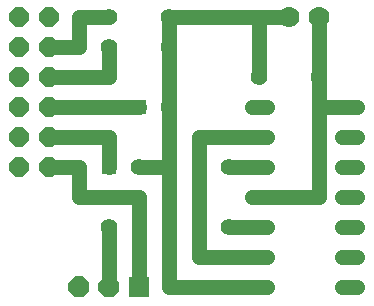
<source format=gbl>
G75*
%MOIN*%
%OFA0B0*%
%FSLAX25Y25*%
%IPPOS*%
%LPD*%
%AMOC8*
5,1,8,0,0,1.08239X$1,22.5*
%
%ADD10C,0.05543*%
%ADD11R,0.04756X0.04756*%
%ADD12C,0.05150*%
%ADD13OC8,0.07000*%
%ADD14R,0.07000X0.07000*%
%ADD15OC8,0.06496*%
%ADD16C,0.07000*%
%ADD17C,0.05000*%
%ADD18R,0.03962X0.03962*%
D10*
X0050760Y0048886D03*
X0060760Y0068886D03*
X0070760Y0068886D03*
X0090760Y0068886D03*
X0070760Y0088886D03*
X0070760Y0108886D03*
X0070760Y0118886D03*
X0050760Y0118886D03*
X0050760Y0108886D03*
X0100760Y0098886D03*
X0120760Y0098886D03*
X0090760Y0048886D03*
D11*
X0050760Y0068886D03*
X0060760Y0088886D03*
D12*
X0098185Y0088886D02*
X0103335Y0088886D01*
X0103335Y0078886D02*
X0098185Y0078886D01*
X0098185Y0068886D02*
X0103335Y0068886D01*
X0103335Y0058886D02*
X0098185Y0058886D01*
X0098185Y0048886D02*
X0103335Y0048886D01*
X0103335Y0038886D02*
X0098185Y0038886D01*
X0098185Y0028886D02*
X0103335Y0028886D01*
X0128185Y0028886D02*
X0133335Y0028886D01*
X0133335Y0038886D02*
X0128185Y0038886D01*
X0128185Y0048886D02*
X0133335Y0048886D01*
X0133335Y0058886D02*
X0128185Y0058886D01*
X0128185Y0068886D02*
X0133335Y0068886D01*
X0133335Y0078886D02*
X0128185Y0078886D01*
X0128185Y0088886D02*
X0133335Y0088886D01*
D13*
X0040760Y0028886D03*
X0050760Y0028886D03*
D14*
X0060760Y0028886D03*
D15*
X0030760Y0068886D03*
X0030760Y0078886D03*
X0030760Y0088886D03*
X0030760Y0098886D03*
X0020760Y0098886D03*
X0020760Y0088886D03*
X0020760Y0078886D03*
X0020760Y0068886D03*
X0020760Y0108886D03*
X0030760Y0108886D03*
X0030760Y0118886D03*
X0020760Y0118886D03*
D16*
X0110760Y0118886D03*
X0120760Y0118886D03*
D17*
X0120760Y0098886D01*
X0120760Y0088886D01*
X0130760Y0088886D01*
X0120760Y0088886D02*
X0120760Y0058886D01*
X0100760Y0058886D01*
X0100760Y0048886D02*
X0090760Y0048886D01*
X0090760Y0038886D02*
X0080760Y0038886D01*
X0080760Y0078886D01*
X0100760Y0078886D01*
X0100760Y0068886D02*
X0090760Y0068886D01*
X0070760Y0068886D02*
X0070760Y0088886D01*
X0070760Y0108886D01*
X0070760Y0118886D01*
X0100760Y0118886D01*
X0110760Y0118886D01*
X0100760Y0118886D02*
X0100760Y0098886D01*
X0070760Y0068886D02*
X0060760Y0068886D01*
X0070760Y0068886D02*
X0070760Y0028886D01*
X0100760Y0028886D01*
X0100760Y0038886D02*
X0090760Y0038886D01*
X0060760Y0038886D02*
X0060760Y0028886D01*
X0060760Y0038886D02*
X0060760Y0058886D01*
X0040760Y0058886D01*
X0040760Y0068886D01*
X0030760Y0068886D01*
X0030760Y0078886D02*
X0050760Y0078886D01*
X0050760Y0068886D01*
X0060760Y0088886D02*
X0030760Y0088886D01*
X0030760Y0098886D02*
X0050760Y0098886D01*
X0050760Y0108886D01*
X0050760Y0118886D02*
X0040760Y0118886D01*
X0040760Y0108886D01*
X0030760Y0108886D01*
X0050760Y0048886D02*
X0050760Y0028886D01*
D18*
X0060760Y0038886D03*
X0090760Y0038886D03*
M02*

</source>
